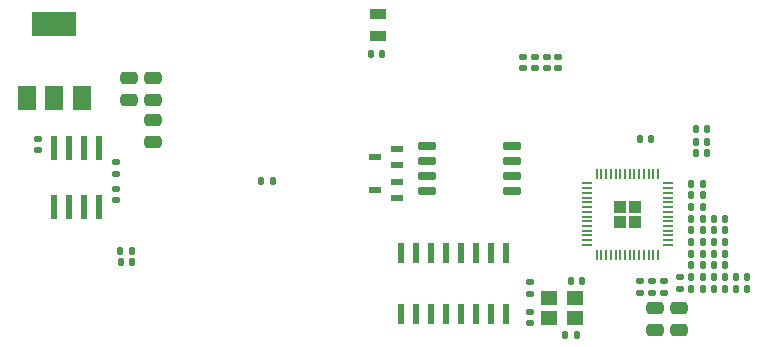
<source format=gbr>
G04 #@! TF.GenerationSoftware,KiCad,Pcbnew,(7.0.0-0)*
G04 #@! TF.CreationDate,2023-02-22T15:19:27+03:00*
G04 #@! TF.ProjectId,RP2040_minimal,52503230-3430-45f6-9d69-6e696d616c2e,REV1*
G04 #@! TF.SameCoordinates,Original*
G04 #@! TF.FileFunction,Paste,Top*
G04 #@! TF.FilePolarity,Positive*
%FSLAX46Y46*%
G04 Gerber Fmt 4.6, Leading zero omitted, Abs format (unit mm)*
G04 Created by KiCad (PCBNEW (7.0.0-0)) date 2023-02-22 15:19:27*
%MOMM*%
%LPD*%
G01*
G04 APERTURE LIST*
G04 Aperture macros list*
%AMRoundRect*
0 Rectangle with rounded corners*
0 $1 Rounding radius*
0 $2 $3 $4 $5 $6 $7 $8 $9 X,Y pos of 4 corners*
0 Add a 4 corners polygon primitive as box body*
4,1,4,$2,$3,$4,$5,$6,$7,$8,$9,$2,$3,0*
0 Add four circle primitives for the rounded corners*
1,1,$1+$1,$2,$3*
1,1,$1+$1,$4,$5*
1,1,$1+$1,$6,$7*
1,1,$1+$1,$8,$9*
0 Add four rect primitives between the rounded corners*
20,1,$1+$1,$2,$3,$4,$5,0*
20,1,$1+$1,$4,$5,$6,$7,0*
20,1,$1+$1,$6,$7,$8,$9,0*
20,1,$1+$1,$8,$9,$2,$3,0*%
G04 Aperture macros list end*
%ADD10RoundRect,0.140000X0.140000X0.170000X-0.140000X0.170000X-0.140000X-0.170000X0.140000X-0.170000X0*%
%ADD11R,0.533400X1.701800*%
%ADD12RoundRect,0.140000X-0.140000X-0.170000X0.140000X-0.170000X0.140000X0.170000X-0.140000X0.170000X0*%
%ADD13R,1.000000X0.550000*%
%ADD14RoundRect,0.140000X-0.170000X0.140000X-0.170000X-0.140000X0.170000X-0.140000X0.170000X0.140000X0*%
%ADD15RoundRect,0.140000X0.170000X-0.140000X0.170000X0.140000X-0.170000X0.140000X-0.170000X-0.140000X0*%
%ADD16RoundRect,0.041300X0.253700X-0.943700X0.253700X0.943700X-0.253700X0.943700X-0.253700X-0.943700X0*%
%ADD17RoundRect,0.250000X0.475000X-0.250000X0.475000X0.250000X-0.475000X0.250000X-0.475000X-0.250000X0*%
%ADD18RoundRect,0.250000X-0.292217X-0.292217X0.292217X-0.292217X0.292217X0.292217X-0.292217X0.292217X0*%
%ADD19RoundRect,0.050000X-0.387500X-0.050000X0.387500X-0.050000X0.387500X0.050000X-0.387500X0.050000X0*%
%ADD20RoundRect,0.050000X-0.050000X-0.387500X0.050000X-0.387500X0.050000X0.387500X-0.050000X0.387500X0*%
%ADD21RoundRect,0.250000X-0.475000X0.250000X-0.475000X-0.250000X0.475000X-0.250000X0.475000X0.250000X0*%
%ADD22RoundRect,0.150000X-0.650000X-0.150000X0.650000X-0.150000X0.650000X0.150000X-0.650000X0.150000X0*%
%ADD23R,1.500000X2.000000*%
%ADD24R,3.800000X2.000000*%
%ADD25R,1.400000X1.200000*%
%ADD26R,1.400000X0.900000*%
G04 APERTURE END LIST*
D10*
X181556800Y-64932200D03*
X180596800Y-64932200D03*
X181556800Y-66913400D03*
X180596800Y-66913400D03*
D11*
X156006999Y-71002799D03*
X157276999Y-71002799D03*
X158546999Y-71002799D03*
X159816999Y-71002799D03*
X161086999Y-71002799D03*
X162356999Y-71002799D03*
X163626999Y-71002799D03*
X164896999Y-71002799D03*
X164896999Y-65821199D03*
X163626999Y-65821199D03*
X162356999Y-65821199D03*
X161086999Y-65821199D03*
X159816999Y-65821199D03*
X158546999Y-65821199D03*
X157276999Y-65821199D03*
X156006999Y-65821199D03*
D10*
X181937800Y-57413800D03*
X180977800Y-57413800D03*
D12*
X182501800Y-67904000D03*
X183461800Y-67904000D03*
D13*
X155686999Y-58368599D03*
X155686999Y-57068599D03*
X153786999Y-57718599D03*
D10*
X181556800Y-63941600D03*
X180596800Y-63941600D03*
D12*
X182501800Y-64932200D03*
X183461800Y-64932200D03*
D14*
X169342000Y-49263000D03*
X169342000Y-50223000D03*
X176276200Y-68262200D03*
X176276200Y-69222200D03*
D15*
X131877000Y-61373600D03*
X131877000Y-60413600D03*
X125273000Y-57131800D03*
X125273000Y-56171800D03*
D16*
X126670000Y-61932000D03*
X127940000Y-61932000D03*
X129210000Y-61932000D03*
X130480000Y-61932000D03*
X130480000Y-56982000D03*
X129210000Y-56982000D03*
X127940000Y-56982000D03*
X126670000Y-56982000D03*
D10*
X145158600Y-59776000D03*
X144198600Y-59776000D03*
D14*
X177266800Y-68262200D03*
X177266800Y-69222200D03*
D17*
X132969200Y-52902800D03*
X132969200Y-51002800D03*
D14*
X166929000Y-70853000D03*
X166929000Y-71813000D03*
D18*
X174546500Y-61932500D03*
X174546500Y-63207500D03*
X175821500Y-61932500D03*
X175821500Y-63207500D03*
D19*
X171746500Y-59970000D03*
X171746500Y-60370000D03*
X171746500Y-60770000D03*
X171746500Y-61170000D03*
X171746500Y-61570000D03*
X171746500Y-61970000D03*
X171746500Y-62370000D03*
X171746500Y-62770000D03*
X171746500Y-63170000D03*
X171746500Y-63570000D03*
X171746500Y-63970000D03*
X171746500Y-64370000D03*
X171746500Y-64770000D03*
X171746500Y-65170000D03*
D20*
X172584000Y-66007500D03*
X172984000Y-66007500D03*
X173384000Y-66007500D03*
X173784000Y-66007500D03*
X174184000Y-66007500D03*
X174584000Y-66007500D03*
X174984000Y-66007500D03*
X175384000Y-66007500D03*
X175784000Y-66007500D03*
X176184000Y-66007500D03*
X176584000Y-66007500D03*
X176984000Y-66007500D03*
X177384000Y-66007500D03*
X177784000Y-66007500D03*
D19*
X178621500Y-65170000D03*
X178621500Y-64770000D03*
X178621500Y-64370000D03*
X178621500Y-63970000D03*
X178621500Y-63570000D03*
X178621500Y-63170000D03*
X178621500Y-62770000D03*
X178621500Y-62370000D03*
X178621500Y-61970000D03*
X178621500Y-61570000D03*
X178621500Y-61170000D03*
X178621500Y-60770000D03*
X178621500Y-60370000D03*
X178621500Y-59970000D03*
D20*
X177784000Y-59132500D03*
X177384000Y-59132500D03*
X176984000Y-59132500D03*
X176584000Y-59132500D03*
X176184000Y-59132500D03*
X175784000Y-59132500D03*
X175384000Y-59132500D03*
X174984000Y-59132500D03*
X174584000Y-59132500D03*
X174184000Y-59132500D03*
X173784000Y-59132500D03*
X173384000Y-59132500D03*
X172984000Y-59132500D03*
X172584000Y-59132500D03*
D14*
X131877000Y-58178400D03*
X131877000Y-59138400D03*
X166319400Y-49263000D03*
X166319400Y-50223000D03*
D21*
X177520800Y-70484600D03*
X177520800Y-72384600D03*
D14*
X168351400Y-49263000D03*
X168351400Y-50223000D03*
D10*
X181556800Y-61960400D03*
X180596800Y-61960400D03*
D12*
X132276000Y-66658400D03*
X133236000Y-66658400D03*
D14*
X166903600Y-68341000D03*
X166903600Y-69301000D03*
D10*
X181556800Y-68894600D03*
X180596800Y-68894600D03*
D12*
X169928800Y-72806200D03*
X170888800Y-72806200D03*
X170386000Y-68259600D03*
X171346000Y-68259600D03*
X180592000Y-62951000D03*
X181552000Y-62951000D03*
X176228000Y-56220000D03*
X177188000Y-56220000D03*
D22*
X158249000Y-56778800D03*
X158249000Y-58048800D03*
X158249000Y-59318800D03*
X158249000Y-60588800D03*
X165449000Y-60588800D03*
X165449000Y-59318800D03*
X165449000Y-58048800D03*
X165449000Y-56778800D03*
D12*
X182501800Y-66913400D03*
X183461800Y-66913400D03*
D14*
X167335400Y-49263000D03*
X167335400Y-50223000D03*
D21*
X135052000Y-54574000D03*
X135052000Y-56474000D03*
D23*
X124369999Y-52765999D03*
X126669999Y-52765999D03*
D24*
X126669999Y-46465999D03*
D23*
X128969999Y-52765999D03*
D14*
X178257400Y-68262200D03*
X178257400Y-69222200D03*
D12*
X184381400Y-67904000D03*
X185341400Y-67904000D03*
X132266000Y-65678400D03*
X133226000Y-65678400D03*
X181003200Y-55381800D03*
X181963200Y-55381800D03*
D10*
X181937800Y-56423200D03*
X180977800Y-56423200D03*
D13*
X155686999Y-61162599D03*
X155686999Y-59862599D03*
X153786999Y-60512599D03*
D12*
X182501800Y-62951000D03*
X183461800Y-62951000D03*
D10*
X181556800Y-60969800D03*
X180596800Y-60969800D03*
X154429600Y-48981000D03*
X153469600Y-48981000D03*
D25*
X168579999Y-71381999D03*
X170779999Y-71381999D03*
X170779999Y-69681999D03*
X168579999Y-69681999D03*
D12*
X182501800Y-68894600D03*
X183461800Y-68894600D03*
X180596800Y-59979200D03*
X181556800Y-59979200D03*
X184381400Y-68894600D03*
X185341400Y-68894600D03*
X182501800Y-65922800D03*
X183461800Y-65922800D03*
D26*
X154101999Y-45592599D03*
X154101999Y-47492599D03*
D12*
X180596800Y-67904000D03*
X181556800Y-67904000D03*
D21*
X179552800Y-70484600D03*
X179552800Y-72384600D03*
D17*
X135052000Y-52902800D03*
X135052000Y-51002800D03*
D12*
X182501800Y-63941600D03*
X183461800Y-63941600D03*
D15*
X179629000Y-68866600D03*
X179629000Y-67906600D03*
D10*
X181556800Y-65922800D03*
X180596800Y-65922800D03*
M02*

</source>
